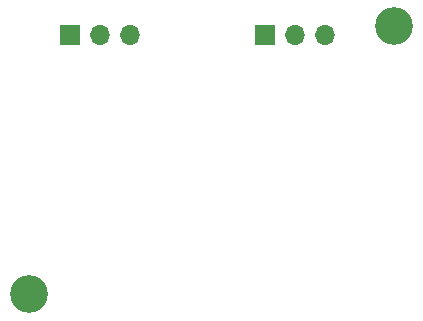
<source format=gbr>
%TF.GenerationSoftware,KiCad,Pcbnew,8.0.1*%
%TF.CreationDate,2024-05-29T15:12:31+02:00*%
%TF.ProjectId,SignalsPort,5369676e-616c-4735-906f-72742e6b6963,rev?*%
%TF.SameCoordinates,Original*%
%TF.FileFunction,Soldermask,Bot*%
%TF.FilePolarity,Negative*%
%FSLAX46Y46*%
G04 Gerber Fmt 4.6, Leading zero omitted, Abs format (unit mm)*
G04 Created by KiCad (PCBNEW 8.0.1) date 2024-05-29 15:12:31*
%MOMM*%
%LPD*%
G01*
G04 APERTURE LIST*
%ADD10C,3.200000*%
%ADD11R,1.700000X1.700000*%
%ADD12O,1.700000X1.700000*%
G04 APERTURE END LIST*
D10*
%TO.C,REF\u002A\u002A*%
X150600000Y-89800000D03*
%TD*%
%TO.C,REF\u002A\u002A*%
X119700000Y-112500000D03*
%TD*%
D11*
%TO.C,J2*%
X123175000Y-90575000D03*
D12*
X125715000Y-90575000D03*
X128255000Y-90575000D03*
%TD*%
D11*
%TO.C,J1*%
X139675000Y-90575000D03*
D12*
X142215000Y-90575000D03*
X144755000Y-90575000D03*
%TD*%
M02*

</source>
